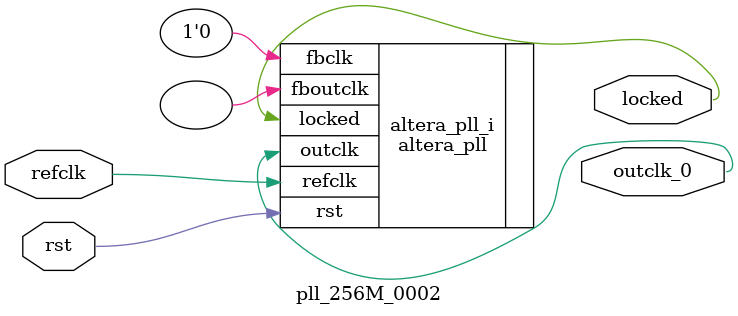
<source format=v>
`timescale 1ns/10ps
module  pll_256M_0002(

	// interface 'refclk'
	input wire refclk,

	// interface 'reset'
	input wire rst,

	// interface 'outclk0'
	output wire outclk_0,

	// interface 'locked'
	output wire locked
);

	altera_pll #(
		.fractional_vco_multiplier("true"),
		.reference_clock_frequency("50.0 MHz"),
		.operation_mode("direct"),
		.number_of_clocks(1),
		.output_clock_frequency0("256.000000 MHz"),
		.phase_shift0("0 ps"),
		.duty_cycle0(50),
		.output_clock_frequency1("0 MHz"),
		.phase_shift1("0 ps"),
		.duty_cycle1(50),
		.output_clock_frequency2("0 MHz"),
		.phase_shift2("0 ps"),
		.duty_cycle2(50),
		.output_clock_frequency3("0 MHz"),
		.phase_shift3("0 ps"),
		.duty_cycle3(50),
		.output_clock_frequency4("0 MHz"),
		.phase_shift4("0 ps"),
		.duty_cycle4(50),
		.output_clock_frequency5("0 MHz"),
		.phase_shift5("0 ps"),
		.duty_cycle5(50),
		.output_clock_frequency6("0 MHz"),
		.phase_shift6("0 ps"),
		.duty_cycle6(50),
		.output_clock_frequency7("0 MHz"),
		.phase_shift7("0 ps"),
		.duty_cycle7(50),
		.output_clock_frequency8("0 MHz"),
		.phase_shift8("0 ps"),
		.duty_cycle8(50),
		.output_clock_frequency9("0 MHz"),
		.phase_shift9("0 ps"),
		.duty_cycle9(50),
		.output_clock_frequency10("0 MHz"),
		.phase_shift10("0 ps"),
		.duty_cycle10(50),
		.output_clock_frequency11("0 MHz"),
		.phase_shift11("0 ps"),
		.duty_cycle11(50),
		.output_clock_frequency12("0 MHz"),
		.phase_shift12("0 ps"),
		.duty_cycle12(50),
		.output_clock_frequency13("0 MHz"),
		.phase_shift13("0 ps"),
		.duty_cycle13(50),
		.output_clock_frequency14("0 MHz"),
		.phase_shift14("0 ps"),
		.duty_cycle14(50),
		.output_clock_frequency15("0 MHz"),
		.phase_shift15("0 ps"),
		.duty_cycle15(50),
		.output_clock_frequency16("0 MHz"),
		.phase_shift16("0 ps"),
		.duty_cycle16(50),
		.output_clock_frequency17("0 MHz"),
		.phase_shift17("0 ps"),
		.duty_cycle17(50),
		.pll_type("General"),
		.pll_subtype("General")
	) altera_pll_i (
		.rst	(rst),
		.outclk	({outclk_0}),
		.locked	(locked),
		.fboutclk	( ),
		.fbclk	(1'b0),
		.refclk	(refclk)
	);
endmodule


</source>
